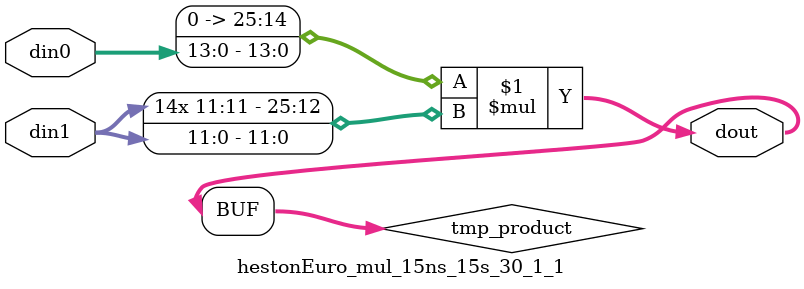
<source format=v>

`timescale 1 ns / 1 ps

  module hestonEuro_mul_15ns_15s_30_1_1(din0, din1, dout);
parameter ID = 1;
parameter NUM_STAGE = 0;
parameter din0_WIDTH = 14;
parameter din1_WIDTH = 12;
parameter dout_WIDTH = 26;

input [din0_WIDTH - 1 : 0] din0; 
input [din1_WIDTH - 1 : 0] din1; 
output [dout_WIDTH - 1 : 0] dout;

wire signed [dout_WIDTH - 1 : 0] tmp_product;











assign tmp_product = $signed({1'b0, din0}) * $signed(din1);










assign dout = tmp_product;







endmodule

</source>
